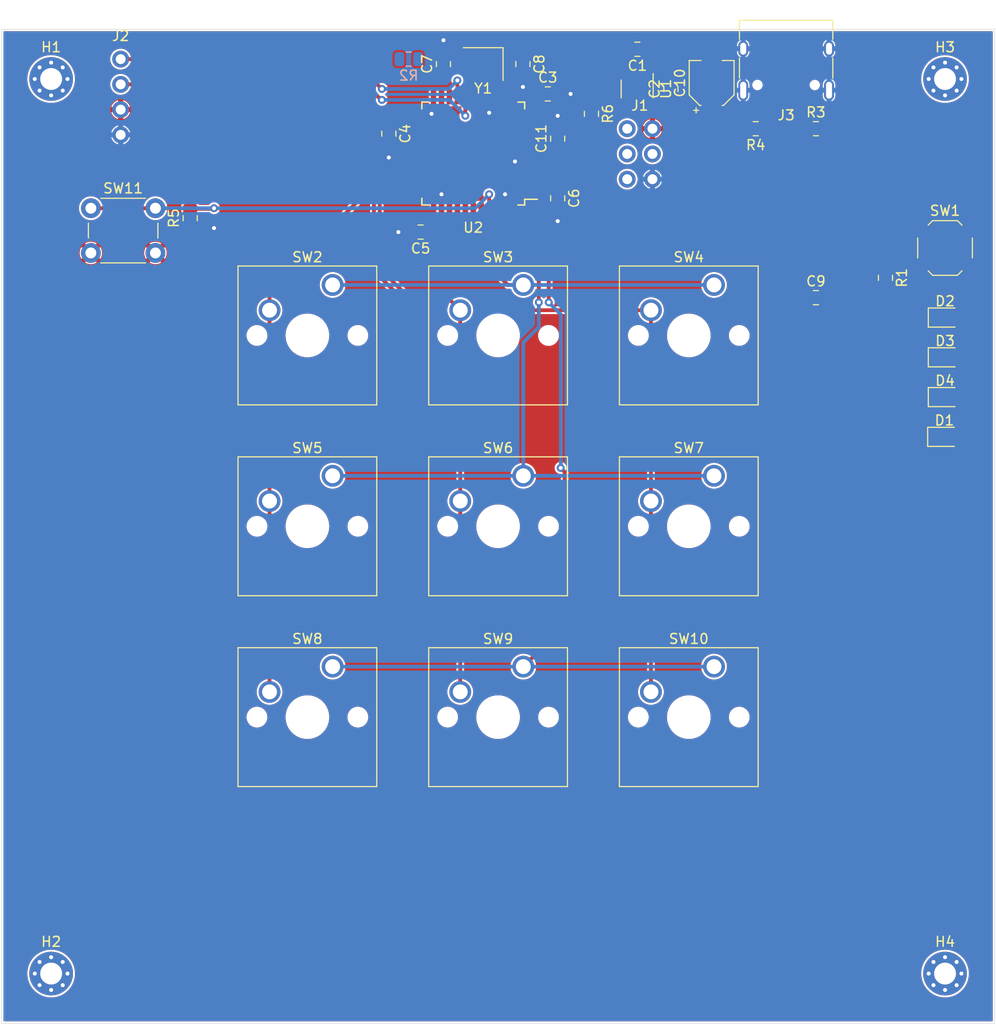
<source format=kicad_pcb>
(kicad_pcb (version 20200628) (host pcbnew "(5.99.0-2326-ge7e1d5140)")
  (layers (0 "F.Cu" signal) (31 "B.Cu" signal) (34 "B.Paste" user) (35 "F.Paste" user) (36 "B.SilkS" user) (37 "F.SilkS" user) (38 "B.Mask" user) (39 "F.Mask" user) (44 "Edge.Cuts" user))
  (net 0 "")
  (net 1 "GNDREF")
  (net 2 "+5V")
  (net 3 "Net-(C8-Pad1)")
  (net 4 "Net-(C11-Pad1)")
  (net 5 "Net-(C7-Pad1)")
  (net 6 "VBUS")
  (net 7 "Net-(C9-Pad1)")
  (net 8 "/IO13")
  (net 9 "Net-(J3-PadB8)")
  (net 10 "/CC1")
  (net 11 "/D-")
  (net 12 "/D+")
  (net 13 "Net-(J3-PadA8)")
  (net 14 "/CC2")
  (net 15 "/RST")
  (net 16 "/MOSI")
  (net 17 "/SCK")
  (net 18 "/MISO")
  (net 19 "/C0")
  (net 20 "/C1")
  (net 21 "/C2")
  (net 22 "/C3")
  (net 23 "/D0")
  (net 24 "/D1")
  (net 25 "/D2")
  (net 26 "/D3")
  (net 27 "/A5")
  (net 28 "/A4")
  (net 29 "/A3")
  (net 30 "/A2")
  (net 31 "/A1")
  (net 32 "/A0")
  (net 33 "/HWB")
  (net 34 "/D6")
  (net 35 "/IO12")
  (net 36 "/D4")
  (net 37 "/TXLED")
  (net 38 "/IO11")
  (net 39 "/RXLED")
  (net 40 "/D7")
  (net 41 "Net-(U1-Pad4)")
  (net 42 "Net-(R6-Pad2)")
  (module "Resistor_SMD:R_0805_2012Metric" (layer "F.Cu") (at 71.4 20.5 -90)
    (fp_text reference "R6" (at 0 -1.65 90) (layer "F.SilkS"))
    (fp_text value "0R")
    (pad "2" smd roundrect (at 0.9375 0 270) (size 0.975 1.4) (layers "F.Cu" "F.Paste" "F.Mask") (net 42 "Net-(R6-Pad2)"))
    (pad "1" smd roundrect (at -0.9375 0 270) (size 0.975 1.4) (layers "F.Cu" "F.Paste" "F.Mask") (net 6 "VBUS"))
  )
  (module "Button_Switch_Keyboard:SW_Cherry_MX_1.00u_PCB" (layer "F.Cu") (at 64.54 37.72)
    (fp_text reference "SW3" (at -2.54 -2.794) (layer "F.SilkS"))
    (fp_text value "SW")
    (pad "" np_thru_hole circle (at 2.54 5.08) (size 1.7 1.7) (drill 1.7) (layers *.Cu *.Mask))
    (pad "" np_thru_hole circle (at -7.62 5.08) (size 1.7 1.7) (drill 1.7) (layers *.Cu *.Mask))
    (pad "" np_thru_hole circle (at -2.54 5.08) (size 4 4) (drill 4) (layers *.Cu *.Mask))
    (pad "2" thru_hole circle (at -6.35 2.54) (size 2.2 2.2) (drill 1.5) (layers *.Cu *.Mask) (net 20 "/C1"))
    (pad "1" thru_hole circle (at 0 0) (size 2.2 2.2) (drill 1.5) (layers *.Cu *.Mask) (net 32 "/A0"))
  )
  (module "Button_Switch_Keyboard:SW_Cherry_MX_1.00u_PCB" (layer "F.Cu") (at 45.34 37.72)
    (fp_text reference "SW2" (at -2.54 -2.794) (layer "F.SilkS"))
    (fp_text value "SW")
    (pad "" np_thru_hole circle (at 2.54 5.08) (size 1.7 1.7) (drill 1.7) (layers *.Cu *.Mask))
    (pad "" np_thru_hole circle (at -7.62 5.08) (size 1.7 1.7) (drill 1.7) (layers *.Cu *.Mask))
    (pad "" np_thru_hole circle (at -2.54 5.08) (size 4 4) (drill 4) (layers *.Cu *.Mask))
    (pad "2" thru_hole circle (at -6.35 2.54) (size 2.2 2.2) (drill 1.5) (layers *.Cu *.Mask) (net 19 "/C0"))
    (pad "1" thru_hole circle (at 0 0) (size 2.2 2.2) (drill 1.5) (layers *.Cu *.Mask) (net 32 "/A0"))
  )
  (module "Crystal:Crystal_SMD_3225-4Pin_3.2x2.5mm" (layer "F.Cu") (at 60.5 15.5 180)
    (fp_text reference "Y1" (at 0 -2.45) (layer "F.SilkS"))
    (fp_text value "16MHz")
    (pad "4" smd rect (at -1.1 -0.85 180) (size 1.4 1.2) (layers "F.Cu" "F.Paste" "F.Mask") (net 1 "GNDREF"))
    (pad "3" smd rect (at 1.1 -0.85 180) (size 1.4 1.2) (layers "F.Cu" "F.Paste" "F.Mask") (net 5 "Net-(C7-Pad1)"))
    (pad "2" smd rect (at 1.1 0.85 180) (size 1.4 1.2) (layers "F.Cu" "F.Paste" "F.Mask") (net 1 "GNDREF"))
    (pad "1" smd rect (at -1.1 0.85 180) (size 1.4 1.2) (layers "F.Cu" "F.Paste" "F.Mask") (net 3 "Net-(C8-Pad1)"))
  )
  (module "Package_QFP:TQFP-44_10x10mm_P0.8mm" (layer "F.Cu") (at 59.5 24.5 180)
    (fp_text reference "U2" (at 0 -7.45) (layer "F.SilkS"))
    (fp_text value "ATmega32U4-AU")
    (pad "44" smd rect (at -4 -5.7 270) (size 1.5 0.55) (layers "F.Cu" "F.Paste" "F.Mask") (net 2 "+5V"))
    (pad "43" smd rect (at -3.2 -5.7 270) (size 1.5 0.55) (layers "F.Cu" "F.Paste" "F.Mask") (net 1 "GNDREF"))
    (pad "42" smd rect (at -2.4 -5.7 270) (size 1.5 0.55) (layers "F.Cu" "F.Paste" "F.Mask") (net 7 "Net-(C9-Pad1)"))
    (pad "41" smd rect (at -1.6 -5.7 270) (size 1.5 0.55) (layers "F.Cu" "F.Paste" "F.Mask") (net 27 "/A5"))
    (pad "40" smd rect (at -0.8 -5.7 270) (size 1.5 0.55) (layers "F.Cu" "F.Paste" "F.Mask") (net 28 "/A4"))
    (pad "39" smd rect (at 0 -5.7 270) (size 1.5 0.55) (layers "F.Cu" "F.Paste" "F.Mask") (net 29 "/A3"))
    (pad "38" smd rect (at 0.8 -5.7 270) (size 1.5 0.55) (layers "F.Cu" "F.Paste" "F.Mask") (net 30 "/A2"))
    (pad "37" smd rect (at 1.6 -5.7 270) (size 1.5 0.55) (layers "F.Cu" "F.Paste" "F.Mask") (net 31 "/A1"))
    (pad "36" smd rect (at 2.4 -5.7 270) (size 1.5 0.55) (layers "F.Cu" "F.Paste" "F.Mask") (net 32 "/A0"))
    (pad "35" smd rect (at 3.2 -5.7 270) (size 1.5 0.55) (layers "F.Cu" "F.Paste" "F.Mask") (net 1 "GNDREF"))
    (pad "34" smd rect (at 4 -5.7 270) (size 1.5 0.55) (layers "F.Cu" "F.Paste" "F.Mask") (net 2 "+5V"))
    (pad "33" smd rect (at 5.7 -4 180) (size 1.5 0.55) (layers "F.Cu" "F.Paste" "F.Mask") (net 33 "/HWB"))
    (pad "32" smd rect (at 5.7 -3.2 180) (size 1.5 0.55) (layers "F.Cu" "F.Paste" "F.Mask") (net 8 "/IO13"))
    (pad "31" smd rect (at 5.7 -2.4 180) (size 1.5 0.55) (layers "F.Cu" "F.Paste" "F.Mask") (net 22 "/C3"))
    (pad "30" smd rect (at 5.7 -1.6 180) (size 1.5 0.55) (layers "F.Cu" "F.Paste" "F.Mask") (net 21 "/C2"))
    (pad "29" smd rect (at 5.7 -0.8 180) (size 1.5 0.55) (layers "F.Cu" "F.Paste" "F.Mask") (net 20 "/C1"))
    (pad "28" smd rect (at 5.7 0 180) (size 1.5 0.55) (layers "F.Cu" "F.Paste" "F.Mask") (net 19 "/C0"))
    (pad "27" smd rect (at 5.7 0.8 180) (size 1.5 0.55) (layers "F.Cu" "F.Paste" "F.Mask") (net 34 "/D6"))
    (pad "26" smd rect (at 5.7 1.6 180) (size 1.5 0.55) (layers "F.Cu" "F.Paste" "F.Mask") (net 35 "/IO12"))
    (pad "25" smd rect (at 5.7 2.4 180) (size 1.5 0.55) (layers "F.Cu" "F.Paste" "F.Mask") (net 36 "/D4"))
    (pad "24" smd rect (at 5.7 3.2 180) (size 1.5 0.55) (layers "F.Cu" "F.Paste" "F.Mask") (net 2 "+5V"))
    (pad "23" smd rect (at 5.7 4 180) (size 1.5 0.55) (layers "F.Cu" "F.Paste" "F.Mask") (net 1 "GNDREF"))
    (pad "22" smd rect (at 4 5.7 270) (size 1.5 0.55) (layers "F.Cu" "F.Paste" "F.Mask") (net 37 "/TXLED"))
    (pad "21" smd rect (at 3.2 5.7 270) (size 1.5 0.55) (layers "F.Cu" "F.Paste" "F.Mask") (net 24 "/D1"))
    (pad "20" smd rect (at 2.4 5.7 270) (size 1.5 0.55) (layers "F.Cu" "F.Paste" "F.Mask") (net 23 "/D0"))
    (pad "19" smd rect (at 1.6 5.7 270) (size 1.5 0.55) (layers "F.Cu" "F.Paste" "F.Mask") (net 25 "/D2"))
    (pad "18" smd rect (at 0.8 5.7 270) (size 1.5 0.55) (layers "F.Cu" "F.Paste" "F.Mask") (net 26 "/D3"))
    (pad "17" smd rect (at 0 5.7 270) (size 1.5 0.55) (layers "F.Cu" "F.Paste" "F.Mask") (net 5 "Net-(C7-Pad1)"))
    (pad "16" smd rect (at -0.8 5.7 270) (size 1.5 0.55) (layers "F.Cu" "F.Paste" "F.Mask") (net 3 "Net-(C8-Pad1)"))
    (pad "15" smd rect (at -1.6 5.7 270) (size 1.5 0.55) (layers "F.Cu" "F.Paste" "F.Mask") (net 1 "GNDREF"))
    (pad "14" smd rect (at -2.4 5.7 270) (size 1.5 0.55) (layers "F.Cu" "F.Paste" "F.Mask") (net 2 "+5V"))
    (pad "13" smd rect (at -3.2 5.7 270) (size 1.5 0.55) (layers "F.Cu" "F.Paste" "F.Mask") (net 15 "/RST"))
    (pad "12" smd rect (at -4 5.7 270) (size 1.5 0.55) (layers "F.Cu" "F.Paste" "F.Mask") (net 38 "/IO11"))
    (pad "11" smd rect (at -5.7 4 180) (size 1.5 0.55) (layers "F.Cu" "F.Paste" "F.Mask") (net 18 "/MISO"))
    (pad "10" smd rect (at -5.7 3.2 180) (size 1.5 0.55) (layers "F.Cu" "F.Paste" "F.Mask") (net 16 "/MOSI"))
    (pad "9" smd rect (at -5.7 2.4 180) (size 1.5 0.55) (layers "F.Cu" "F.Paste" "F.Mask") (net 17 "/SCK"))
    (pad "8" smd rect (at -5.7 1.6 180) (size 1.5 0.55) (layers "F.Cu" "F.Paste" "F.Mask") (net 39 "/RXLED"))
    (pad "7" smd rect (at -5.7 0.8 180) (size 1.5 0.55) (layers "F.Cu" "F.Paste" "F.Mask") (net 42 "Net-(R6-Pad2)"))
    (pad "6" smd rect (at -5.7 0 180) (size 1.5 0.55) (layers "F.Cu" "F.Paste" "F.Mask") (net 4 "Net-(C11-Pad1)"))
    (pad "5" smd rect (at -5.7 -0.8 180) (size 1.5 0.55) (layers "F.Cu" "F.Paste" "F.Mask") (net 1 "GNDREF"))
    (pad "4" smd rect (at -5.7 -1.6 180) (size 1.5 0.55) (layers "F.Cu" "F.Paste" "F.Mask") (net 12 "/D+"))
    (pad "3" smd rect (at -5.7 -2.4 180) (size 1.5 0.55) (layers "F.Cu" "F.Paste" "F.Mask") (net 11 "/D-"))
    (pad "2" smd rect (at -5.7 -3.2 180) (size 1.5 0.55) (layers "F.Cu" "F.Paste" "F.Mask") (net 2 "+5V"))
    (pad "1" smd rect (at -5.7 -4 180) (size 1.5 0.55) (layers "F.Cu" "F.Paste" "F.Mask") (net 40 "/D7"))
  )
  (module "Package_TO_SOT_SMD:SOT-23-5" (layer "F.Cu") (at 76 18 -90)
    (fp_text reference "U1" (at 0 -2.9 90) (layer "F.SilkS"))
    (fp_text value "ME6212")
    (pad "5" smd rect (at 1.1 -0.95 270) (size 1.06 0.65) (layers "F.Cu" "F.Paste" "F.Mask") (net 2 "+5V"))
    (pad "4" smd rect (at 1.1 0.95 270) (size 1.06 0.65) (layers "F.Cu" "F.Paste" "F.Mask") (net 41 "Net-(U1-Pad4)"))
    (pad "3" smd rect (at -1.1 0.95 270) (size 1.06 0.65) (layers "F.Cu" "F.Paste" "F.Mask") (net 6 "VBUS"))
    (pad "2" smd rect (at -1.1 0 270) (size 1.06 0.65) (layers "F.Cu" "F.Paste" "F.Mask") (net 1 "GNDREF"))
    (pad "1" smd rect (at -1.1 -0.95 270) (size 1.06 0.65) (layers "F.Cu" "F.Paste" "F.Mask") (net 6 "VBUS"))
  )
  (module "Button_Switch_THT:SW_PUSH_6mm" (layer "F.Cu") (at 21 30)
    (fp_text reference "SW11" (at 3.25 -2) (layer "F.SilkS"))
    (fp_text value "Mode")
    (pad "1" thru_hole circle (at 6.5 0 90) (size 2 2) (drill 1.1) (layers *.Cu *.Mask) (net 27 "/A5"))
    (pad "2" thru_hole circle (at 6.5 4.5 90) (size 2 2) (drill 1.1) (layers *.Cu *.Mask) (net 2 "+5V"))
    (pad "1" thru_hole circle (at 0 0 90) (size 2 2) (drill 1.1) (layers *.Cu *.Mask) (net 27 "/A5"))
    (pad "2" thru_hole circle (at 0 4.5 90) (size 2 2) (drill 1.1) (layers *.Cu *.Mask) (net 2 "+5V"))
  )
  (module "Button_Switch_Keyboard:SW_Cherry_MX_1.00u_PCB" (layer "F.Cu") (at 83.74 76.12)
    (fp_text reference "SW10" (at -2.54 -2.794) (layer "F.SilkS"))
    (fp_text value "SW")
    (pad "" np_thru_hole circle (at 2.54 5.08) (size 1.7 1.7) (drill 1.7) (layers *.Cu *.Mask))
    (pad "" np_thru_hole circle (at -7.62 5.08) (size 1.7 1.7) (drill 1.7) (layers *.Cu *.Mask))
    (pad "" np_thru_hole circle (at -2.54 5.08) (size 4 4) (drill 4) (layers *.Cu *.Mask))
    (pad "2" thru_hole circle (at -6.35 2.54) (size 2.2 2.2) (drill 1.5) (layers *.Cu *.Mask) (net 21 "/C2"))
    (pad "1" thru_hole circle (at 0 0) (size 2.2 2.2) (drill 1.5) (layers *.Cu *.Mask) (net 30 "/A2"))
  )
  (module "Button_Switch_Keyboard:SW_Cherry_MX_1.00u_PCB" (layer "F.Cu") (at 64.54 76.12)
    (fp_text reference "SW9" (at -2.54 -2.794) (layer "F.SilkS"))
    (fp_text value "SW")
    (pad "" np_thru_hole circle (at 2.54 5.08) (size 1.7 1.7) (drill 1.7) (layers *.Cu *.Mask))
    (pad "" np_thru_hole circle (at -7.62 5.08) (size 1.7 1.7) (drill 1.7) (layers *.Cu *.Mask))
    (pad "" np_thru_hole circle (at -2.54 5.08) (size 4 4) (drill 4) (layers *.Cu *.Mask))
    (pad "2" thru_hole circle (at -6.35 2.54) (size 2.2 2.2) (drill 1.5) (layers *.Cu *.Mask) (net 20 "/C1"))
    (pad "1" thru_hole circle (at 0 0) (size 2.2 2.2) (drill 1.5) (layers *.Cu *.Mask) (net 30 "/A2"))
  )
  (module "Button_Switch_Keyboard:SW_Cherry_MX_1.00u_PCB" (layer "F.Cu") (at 45.34 76.12)
    (fp_text reference "SW8" (at -2.54 -2.794) (layer "F.SilkS"))
    (fp_text value "SW")
    (pad "" np_thru_hole circle (at 2.54 5.08) (size 1.7 1.7) (drill 1.7) (layers *.Cu *.Mask))
    (pad "" np_thru_hole circle (at -7.62 5.08) (size 1.7 1.7) (drill 1.7) (layers *.Cu *.Mask))
    (pad "" np_thru_hole circle (at -2.54 5.08) (size 4 4) (drill 4) (layers *.Cu *.Mask))
    (pad "2" thru_hole circle (at -6.35 2.54) (size 2.2 2.2) (drill 1.5) (layers *.Cu *.Mask) (net 19 "/C0"))
    (pad "1" thru_hole circle (at 0 0) (size 2.2 2.2) (drill 1.5) (layers *.Cu *.Mask) (net 30 "/A2"))
  )
  (module "Button_Switch_Keyboard:SW_Cherry_MX_1.00u_PCB" (layer "F.Cu") (at 83.74 56.92)
    (fp_text reference "SW7" (at -2.54 -2.794) (layer "F.SilkS"))
    (fp_text value "SW")
    (pad "" np_thru_hole circle (at 2.54 5.08) (size 1.7 1.7) (drill 1.7) (layers *.Cu *.Mask))
    (pad "" np_thru_hole circle (at -7.62 5.08) (size 1.7 1.7) (drill 1.7) (layers *.Cu *.Mask))
    (pad "" np_thru_hole circle (at -2.54 5.08) (size 4 4) (drill 4) (layers *.Cu *.Mask))
    (pad "2" thru_hole circle (at -6.35 2.54) (size 2.2 2.2) (drill 1.5) (layers *.Cu *.Mask) (net 21 "/C2"))
    (pad "1" thru_hole circle (at 0 0) (size 2.2 2.2) (drill 1.5) (layers *.Cu *.Mask) (net 31 "/A1"))
  )
  (module "Button_Switch_Keyboard:SW_Cherry_MX_1.00u_PCB" (layer "F.Cu") (at 64.54 56.92)
    (fp_text reference "SW6" (at -2.54 -2.794) (layer "F.SilkS"))
    (fp_text value "SW")
    (pad "" np_thru_hole circle (at 2.54 5.08) (size 1.7 1.7) (drill 1.7) (layers *.Cu *.Mask))
    (pad "" np_thru_hole circle (at -7.62 5.08) (size 1.7 1.7) (drill 1.7) (layers *.Cu *.Mask))
    (pad "" np_thru_hole circle (at -2.54 5.08) (size 4 4) (drill 4) (layers *.Cu *.Mask))
    (pad "2" thru_hole circle (at -6.35 2.54) (size 2.2 2.2) (drill 1.5) (layers *.Cu *.Mask) (net 20 "/C1"))
    (pad "1" thru_hole circle (at 0 0) (size 2.2 2.2) (drill 1.5) (layers *.Cu *.Mask) (net 31 "/A1"))
  )
  (module "Button_Switch_Keyboard:SW_Cherry_MX_1.00u_PCB" (layer "F.Cu") (at 45.34 56.92)
    (fp_text reference "SW5" (at -2.54 -2.794) (layer "F.SilkS"))
    (fp_text value "SW")
    (pad "" np_thru_hole circle (at 2.54 5.08) (size 1.7 1.7) (drill 1.7) (layers *.Cu *.Mask))
    (pad "" np_thru_hole circle (at -7.62 5.08) (size 1.7 1.7) (drill 1.7) (layers *.Cu *.Mask))
    (pad "" np_thru_hole circle (at -2.54 5.08) (size 4 4) (drill 4) (layers *.Cu *.Mask))
    (pad "2" thru_hole circle (at -6.35 2.54) (size 2.2 2.2) (drill 1.5) (layers *.Cu *.Mask) (net 19 "/C0"))
    (pad "1" thru_hole circle (at 0 0) (size 2.2 2.2) (drill 1.5) (layers *.Cu *.Mask) (net 31 "/A1"))
  )
  (module "Button_Switch_Keyboard:SW_Cherry_MX_1.00u_PCB" (layer "F.Cu") (at 83.74 37.72)
    (fp_text reference "SW4" (at -2.54 -2.794) (layer "F.SilkS"))
    (fp_text value "SW")
    (pad "" np_thru_hole circle (at 2.54 5.08) (size 1.7 1.7) (drill 1.7) (layers *.Cu *.Mask))
    (pad "" np_thru_hole circle (at -7.62 5.08) (size 1.7 1.7) (drill 1.7) (layers *.Cu *.Mask))
    (pad "" np_thru_hole circle (at -2.54 5.08) (size 4 4) (drill 4) (layers *.Cu *.Mask))
    (pad "2" thru_hole circle (at -6.35 2.54) (size 2.2 2.2) (drill 1.5) (layers *.Cu *.Mask) (net 21 "/C2"))
    (pad "1" thru_hole circle (at 0 0) (size 2.2 2.2) (drill 1.5) (layers *.Cu *.Mask) (net 32 "/A0"))
  )
  (module "Button_Switch_SMD:SW_SPST_TL3342" (layer "F.Cu") (at 107 34)
    (fp_text reference "SW1" (at 0 -3.75) (layer "F.SilkS"))
    (fp_text value "RST")
    (pad "2" smd rect (at 3.15 1.9) (size 1.7 1) (layers "F.Cu" "F.Paste" "F.Mask") (net 15 "/RST"))
    (pad "2" smd rect (at -3.15 1.9) (size 1.7 1) (layers "F.Cu" "F.Paste" "F.Mask") (net 15 "/RST"))
    (pad "1" smd rect (at 3.15 -1.9) (size 1.7 1) (layers "F.Cu" "F.Paste" "F.Mask") (net 1 "GNDREF"))
    (pad "1" smd rect (at -3.15 -1.9) (size 1.7 1) (layers "F.Cu" "F.Paste" "F.Mask") (net 1 "GNDREF"))
  )
  (module "Resistor_SMD:R_0805_2012Metric" (layer "F.Cu") (at 31 31 90)
    (fp_text reference "R5" (at 0 -1.65 90) (layer "F.SilkS"))
    (fp_text value "10K")
    (pad "2" smd roundrect (at 0.9375 0 90) (size 0.975 1.4) (layers "F.Cu" "F.Paste" "F.Mask") (net 27 "/A5"))
    (pad "1" smd roundrect (at -0.9375 0 90) (size 0.975 1.4) (layers "F.Cu" "F.Paste" "F.Mask") (net 1 "GNDREF"))
  )
  (module "Resistor_SMD:R_0805_2012Metric" (layer "F.Cu") (at 87.9375 22 180)
    (fp_text reference "R4" (at 0 -1.65) (layer "F.SilkS"))
    (fp_text value "5.1K")
    (pad "2" smd roundrect (at 0.9375 0 180) (size 0.975 1.4) (layers "F.Cu" "F.Paste" "F.Mask") (net 1 "GNDREF"))
    (pad "1" smd roundrect (at -0.9375 0 180) (size 0.975 1.4) (layers "F.Cu" "F.Paste" "F.Mask") (net 14 "/CC2"))
  )
  (module "Resistor_SMD:R_0805_2012Metric" (layer "F.Cu") (at 94 22)
    (fp_text reference "R3" (at 0 -1.65) (layer "F.SilkS"))
    (fp_text value "5.1K")
    (pad "2" smd roundrect (at 0.9375 0) (size 0.975 1.4) (layers "F.Cu" "F.Paste" "F.Mask") (net 1 "GNDREF"))
    (pad "1" smd roundrect (at -0.9375 0) (size 0.975 1.4) (layers "F.Cu" "F.Paste" "F.Mask") (net 10 "/CC1"))
  )
  (module "Resistor_SMD:R_0805_2012Metric" (layer "B.Cu") (at 53 15)
    (fp_text reference "R2" (at 0 1.65) (layer "B.SilkS") (effects (justify mirror)))
    (fp_text value "1M")
    (pad "2" smd roundrect (at 0.9375 0) (size 0.975 1.4) (layers "B.Cu" "B.Paste" "B.Mask") (net 5 "Net-(C7-Pad1)"))
    (pad "1" smd roundrect (at -0.9375 0) (size 0.975 1.4) (layers "B.Cu" "B.Paste" "B.Mask") (net 3 "Net-(C8-Pad1)"))
  )
  (module "Resistor_SMD:R_0805_2012Metric" (layer "F.Cu") (at 101 37 -90)
    (fp_text reference "R1" (at 0 -1.65 90) (layer "F.SilkS"))
    (fp_text value "10K")
    (pad "2" smd roundrect (at 0.9375 0 270) (size 0.975 1.4) (layers "F.Cu" "F.Paste" "F.Mask") (net 2 "+5V"))
    (pad "1" smd roundrect (at -0.9375 0 270) (size 0.975 1.4) (layers "F.Cu" "F.Paste" "F.Mask") (net 15 "/RST"))
  )
  (module "Connector_USB:USB_C_Receptacle_HRO_TYPE-C-31-M-12" (layer "F.Cu") (at 91 15 180)
    (fp_text reference "J3" (at 0 -5.645) (layer "F.SilkS"))
    (fp_text value "USB_C_Receptacle_USB2.0")
    (pad "B1" smd rect (at 3.25 -4.045 180) (size 0.6 1.45) (layers "F.Cu" "F.Paste" "F.Mask") (net 1 "GNDREF"))
    (pad "A9" smd rect (at 2.45 -4.045 180) (size 0.6 1.45) (layers "F.Cu" "F.Paste" "F.Mask") (net 6 "VBUS"))
    (pad "B9" smd rect (at -2.45 -4.045 180) (size 0.6 1.45) (layers "F.Cu" "F.Paste" "F.Mask") (net 6 "VBUS"))
    (pad "B12" smd rect (at -3.25 -4.045 180) (size 0.6 1.45) (layers "F.Cu" "F.Paste" "F.Mask") (net 1 "GNDREF"))
    (pad "A1" smd rect (at -3.25 -4.045 180) (size 0.6 1.45) (layers "F.Cu" "F.Paste" "F.Mask") (net 1 "GNDREF"))
    (pad "A4" smd rect (at -2.45 -4.045 180) (size 0.6 1.45) (layers "F.Cu" "F.Paste" "F.Mask") (net 6 "VBUS"))
    (pad "B4" smd rect (at 2.45 -4.045 180) (size 0.6 1.45) (layers "F.Cu" "F.Paste" "F.Mask") (net 6 "VBUS"))
    (pad "A12" smd rect (at 3.25 -4.045 180) (size 0.6 1.45) (layers "F.Cu" "F.Paste" "F.Mask") (net 1 "GNDREF"))
    (pad "B8" smd rect (at -1.75 -4.045 180) (size 0.3 1.45) (layers "F.Cu" "F.Paste" "F.Mask") (net 9 "Net-(J3-PadB8)"))
    (pad "A5" smd rect (at -1.25 -4.045 180) (size 0.3 1.45) (layers "F.Cu" "F.Paste" "F.Mask") (net 10 "/CC1"))
    (pad "B7" smd rect (at -0.75 -4.045 180) (size 0.3 1.45) (layers "F.Cu" "F.Paste" "F.Mask") (net 11 "/D-"))
    (pad "A7" smd rect (at 0.25 -4.045 180) (size 0.3 1.45) (layers "F.Cu" "F.Paste" "F.Mask") (net 11 "/D-"))
    (pad "B6" smd rect (at 0.75 -4.045 180) (size 0.3 1.45) (layers "F.Cu" "F.Paste" "F.Mask") (net 12 "/D+"))
    (pad "A8" smd rect (at 1.25 -4.045 180) (size 0.3 1.45) (layers "F.Cu" "F.Paste" "F.Mask") (net 13 "Net-(J3-PadA8)"))
    (pad "B5" smd rect (at 1.75 -4.045 180) (size 0.3 1.45) (layers "F.Cu" "F.Paste" "F.Mask") (net 14 "/CC2"))
    (pad "A6" smd rect (at -0.25 -4.045 180) (size 0.3 1.45) (layers "F.Cu" "F.Paste" "F.Mask") (net 12 "/D+"))
    (pad "S1" thru_hole oval (at 4.32 -3.13 180) (size 1 2.1) (drill oval 0.6 1.7) (layers *.Cu *.Mask) (net 1 "GNDREF"))
    (pad "S1" thru_hole oval (at -4.32 -3.13 180) (size 1 2.1) (drill oval 0.6 1.7) (layers *.Cu *.Mask) (net 1 "GNDREF"))
    (pad "" np_thru_hole circle (at -2.89 -2.6 180) (size 0.65 0.65) (drill 0.65) (layers *.Cu *.Mask))
    (pad "S1" thru_hole oval (at -4.32 1.05 180) (size 1 1.6) (drill oval 0.6 1.2) (layers *.Cu *.Mask) (net 1 "GNDREF"))
    (pad "" np_thru_hole circle (at 2.89 -2.6 180) (size 0.65 0.65) (drill 0.65) (layers *.Cu *.Mask))
    (pad "S1" thru_hole oval (at 4.32 1.05 180) (size 1 1.6) (drill oval 0.6 1.2) (layers *.Cu *.Mask) (net 1 "GNDREF"))
  )
  (module "Custom_Vertical_1x_2.54mm_Pin_Header:PinHeader_1x04_P2.54mm_Vertical" (layer "F.Cu") (at 24 15)
    (fp_text reference "J2" (at 0 -2.33) (layer "F.SilkS"))
    (fp_text value "OLED")
    (pad "4" thru_hole oval (at 0 7.62) (size 1.7 1.7) (drill 1) (layers *.Cu *.Mask) (net 1 "GNDREF"))
    (pad "3" thru_hole oval (at 0 5.08) (size 1.7 1.7) (drill 1) (layers *.Cu *.Mask) (net 2 "+5V"))
    (pad "2" thru_hole oval (at 0 2.54) (size 1.7 1.7) (drill 1) (layers *.Cu *.Mask) (net 26 "/D3"))
    (pad "1" thru_hole oval (at 0 0) (size 1.7 1.7) (drill 1) (layers *.Cu *.Mask) (net 25 "/D2"))
  )
  (module "Custom_Vertical_2x_2.54mm_Pin_Header:PinHeader_2x03_P2.54mm_Vertical" (layer "F.Cu") (at 75 22)
    (fp_text reference "J1" (at 1.27 -2.33) (layer "F.SilkS"))
    (fp_text value "ICSP")
    (pad "6" thru_hole oval (at 2.54 5.08) (size 1.7 1.7) (drill 1) (layers *.Cu *.Mask) (net 1 "GNDREF"))
    (pad "5" thru_hole oval (at 0 5.08) (size 1.7 1.7) (drill 1) (layers *.Cu *.Mask) (net 15 "/RST"))
    (pad "4" thru_hole oval (at 2.54 2.54) (size 1.7 1.7) (drill 1) (layers *.Cu *.Mask) (net 16 "/MOSI"))
    (pad "3" thru_hole oval (at 0 2.54) (size 1.7 1.7) (drill 1) (layers *.Cu *.Mask) (net 17 "/SCK"))
    (pad "2" thru_hole oval (at 2.54 0) (size 1.7 1.7) (drill 1) (layers *.Cu *.Mask) (net 2 "+5V"))
    (pad "1" thru_hole oval (at 0 0) (size 1.7 1.7) (drill 1) (layers *.Cu *.Mask) (net 18 "/MISO"))
  )
  (module "LED_SMD:LED_0805_2012Metric" (layer "F.Cu") (at 107 49)
    (fp_text reference "D4" (at 0 -1.65) (layer "F.SilkS"))
    (fp_text value "D13")
    (pad "2" smd roundrect (at 0.9375 0) (size 0.975 1.4) (layers "F.Cu" "F.Paste" "F.Mask") (net 8 "/IO13"))
    (pad "1" smd roundrect (at -0.9375 0) (size 0.975 1.4) (layers "F.Cu" "F.Paste" "F.Mask") (net 1 "GNDREF"))
  )
  (module "LED_SMD:LED_0805_2012Metric" (layer "F.Cu") (at 107 45)
    (fp_text reference "D3" (at 0 -1.65) (layer "F.SilkS"))
    (fp_text value "TX")
    (pad "2" smd roundrect (at 0.9375 0) (size 0.975 1.4) (layers "F.Cu" "F.Paste" "F.Mask") (net 2 "+5V"))
    (pad "1" smd roundrect (at -0.9375 0) (size 0.975 1.4) (layers "F.Cu" "F.Paste" "F.Mask") (net 37 "/TXLED"))
  )
  (module "LED_SMD:LED_0805_2012Metric" (layer "F.Cu") (at 107 41)
    (fp_text reference "D2" (at 0 -1.65) (layer "F.SilkS"))
    (fp_text value "RX")
    (pad "2" smd roundrect (at 0.9375 0) (size 0.975 1.4) (layers "F.Cu" "F.Paste" "F.Mask") (net 2 "+5V"))
    (pad "1" smd roundrect (at -0.9375 0) (size 0.975 1.4) (layers "F.Cu" "F.Paste" "F.Mask") (net 39 "/RXLED"))
  )
  (module "LED_SMD:LED_0805_2012Metric" (layer "F.Cu") (at 106.9375 53)
    (fp_text reference "D1" (at 0 -1.65) (layer "F.SilkS"))
    (fp_text value "PWR")
    (pad "2" smd roundrect (at 0.9375 0) (size 0.975 1.4) (layers "F.Cu" "F.Paste" "F.Mask") (net 2 "+5V"))
    (pad "1" smd roundrect (at -0.9375 0) (size 0.975 1.4) (layers "F.Cu" "F.Paste" "F.Mask") (net 1 "GNDREF"))
  )
  (module "Capacitor_SMD:C_0805_2012Metric" (layer "F.Cu") (at 68 23 90)
    (fp_text reference "C11" (at 0 -1.65 90) (layer "F.SilkS"))
    (fp_text value "1uF")
    (pad "2" smd roundrect (at 0.9375 0 90) (size 0.975 1.4) (layers "F.Cu" "F.Paste" "F.Mask") (net 1 "GNDREF"))
    (pad "1" smd roundrect (at -0.9375 0 90) (size 0.975 1.4) (layers "F.Cu" "F.Paste" "F.Mask") (net 4 "Net-(C11-Pad1)"))
  )
  (module "Capacitor_SMD:CP_Elec_4x5.4" (layer "F.Cu") (at 83.5 17.4 90)
    (fp_text reference "C10" (at 0 -3.2 90) (layer "F.SilkS"))
    (fp_text value "10uF")
    (pad "2" smd roundrect (at 1.8 0 90) (size 2.6 1.6) (layers "F.Cu" "F.Paste" "F.Mask") (roundrect_rratio 0.15625) (net 6 "VBUS"))
    (pad "1" smd roundrect (at -1.8 0 90) (size 2.6 1.6) (layers "F.Cu" "F.Paste" "F.Mask") (roundrect_rratio 0.15625) (net 1 "GNDREF"))
  )
  (module "Capacitor_SMD:C_0805_2012Metric" (layer "F.Cu") (at 94 39)
    (fp_text reference "C9" (at 0 -1.65) (layer "F.SilkS"))
    (fp_text value "100nF")
    (pad "2" smd roundrect (at 0.9375 0) (size 0.975 1.4) (layers "F.Cu" "F.Paste" "F.Mask") (net 1 "GNDREF"))
    (pad "1" smd roundrect (at -0.9375 0) (size 0.975 1.4) (layers "F.Cu" "F.Paste" "F.Mask") (net 7 "Net-(C9-Pad1)"))
  )
  (module "Capacitor_SMD:C_0805_2012Metric" (layer "F.Cu") (at 64.5 15.5 -90)
    (fp_text reference "C8" (at 0 -1.65 90) (layer "F.SilkS"))
    (fp_text value "22pF")
    (pad "2" smd roundrect (at 0.9375 0 270) (size 0.975 1.4) (layers "F.Cu" "F.Paste" "F.Mask") (net 1 "GNDREF"))
    (pad "1" smd roundrect (at -0.9375 0 270) (size 0.975 1.4) (layers "F.Cu" "F.Paste" "F.Mask") (net 3 "Net-(C8-Pad1)"))
  )
  (module "Capacitor_SMD:C_0805_2012Metric" (layer "F.Cu") (at 56.5 15.5 90)
    (fp_text reference "C7" (at 0 -1.65 270) (layer "F.SilkS"))
    (fp_text value "22pF")
    (pad "2" smd roundrect (at 0.9375 0 90) (size 0.975 1.4) (layers "F.Cu" "F.Paste" "F.Mask") (net 1 "GNDREF"))
    (pad "1" smd roundrect (at -0.9375 0 90) (size 0.975 1.4) (layers "F.Cu" "F.Paste" "F.Mask") (net 5 "Net-(C7-Pad1)"))
  )
  (module "Capacitor_SMD:C_0805_2012Metric" (layer "F.Cu") (at 68 29 -90)
    (fp_text reference "C6" (at 0 -1.65 -90) (layer "F.SilkS"))
    (fp_text value "100nF")
    (pad "2" smd roundrect (at 0.9375 0 270) (size 0.975 1.4) (layers "F.Cu" "F.Paste" "F.Mask") (net 1 "GNDREF"))
    (pad "1" smd roundrect (at -0.9375 0 270) (size 0.975 1.4) (layers "F.Cu" "F.Paste" "F.Mask") (net 2 "+5V"))
  )
  (module "Capacitor_SMD:C_0805_2012Metric" (layer "F.Cu") (at 54.2 32.4 180)
    (fp_text reference "C5" (at 0 -1.65) (layer "F.SilkS"))
    (fp_text value "100nF")
    (pad "2" smd roundrect (at 0.9375 0 180) (size 0.975 1.4) (layers "F.Cu" "F.Paste" "F.Mask") (net 1 "GNDREF"))
    (pad "1" smd roundrect (at -0.9375 0 180) (size 0.975 1.4) (layers "F.Cu" "F.Paste" "F.Mask") (net 2 "+5V"))
  )
  (module "Capacitor_SMD:C_0805_2012Metric" (layer "F.Cu") (at 51 22.5 -90)
    (fp_text reference "C4" (at 0 -1.65 -90) (layer "F.SilkS"))
    (fp_text value "100nF")
    (pad "2" smd roundrect (at 0.9375 0 270) (size 0.975 1.4) (layers "F.Cu" "F.Paste" "F.Mask") (net 1 "GNDREF"))
    (pad "1" smd roundrect (at -0.9375 0 270) (size 0.975 1.4) (layers "F.Cu" "F.Paste" "F.Mask") (net 2 "+5V"))
  )
  (module "Capacitor_SMD:C_0805_2012Metric" (layer "F.Cu") (at 67 18.5)
    (fp_text reference "C3" (at 0 -1.65) (layer "F.SilkS"))
    (fp_text value "100nF")
    (pad "2" smd roundrect (at 0.9375 0) (size 0.975 1.4) (layers "F.Cu" "F.Paste" "F.Mask") (net 1 "GNDREF"))
    (pad "1" smd roundrect (at -0.9375 0) (size 0.975 1.4) (layers "F.Cu" "F.Paste" "F.Mask") (net 2 "+5V"))
  )
  (module "Capacitor_SMD:C_0805_2012Metric" (layer "F.Cu") (at 79.4 18 90)
    (fp_text reference "C2" (at 0 -1.65 90) (layer "F.SilkS"))
    (fp_text value "100nF")
    (pad "2" smd roundrect (at 0.9375 0 90) (size 0.975 1.4) (layers "F.Cu" "F.Paste" "F.Mask") (net 1 "GNDREF"))
    (pad "1" smd roundrect (at -0.9375 0 90) (size 0.975 1.4) (layers "F.Cu" "F.Paste" "F.Mask") (net 2 "+5V"))
  )
  (module "Capacitor_SMD:C_0805_2012Metric" (layer "F.Cu") (at 76.022873 14.007954 180)
    (fp_text reference "C1" (at 0 -1.65) (layer "F.SilkS"))
    (fp_text value "100nF")
    (pad "2" smd roundrect (at 0.9375 0 180) (size 0.975 1.4) (layers "F.Cu" "F.Paste" "F.Mask") (net 1 "GNDREF"))
    (pad "1" smd roundrect (at -0.9375 0 180) (size 0.975 1.4) (layers "F.Cu" "F.Paste" "F.Mask") (net 6 "VBUS"))
  )
  (module "MountingHole:MountingHole_2.2mm_M2_Pad_Via" (layer "F.Cu") (at 107 107)
    (fp_text reference "H4" (at 0 -3.2) (layer "F.SilkS"))
    (fp_text value "MountingHole")
    (pad "1" thru_hole circle (at 1.166726 -1.166726) (size 0.7 0.7) (drill 0.4) (layers *.Cu *.Mask))
    (pad "1" thru_hole circle (at 0 -1.65) (size 0.7 0.7) (drill 0.4) (layers *.Cu *.Mask))
    (pad "1" thru_hole circle (at -1.166726 -1.166726) (size 0.7 0.7) (drill 0.4) (layers *.Cu *.Mask))
    (pad "1" thru_hole circle (at -1.65 0) (size 0.7 0.7) (drill 0.4) (layers *.Cu *.Mask))
    (pad "1" thru_hole circle (at -1.166726 1.166726) (size 0.7 0.7) (drill 0.4) (layers *.Cu *.Mask))
    (pad "1" thru_hole circle (at 0 1.65) (size 0.7 0.7) (drill 0.4) (layers *.Cu *.Mask))
    (pad "1" thru_hole circle (at 1.166726 1.166726) (size 0.7 0.7) (drill 0.4) (layers *.Cu *.Mask))
    (pad "1" thru_hole circle (at 1.65 0) (size 0.7 0.7) (drill 0.4) (layers *.Cu *.Mask))
    (pad "1" thru_hole circle (at 0 0) (size 4.4 4.4) (drill 2.2) (layers *.Cu *.Mask))
  )
  (module "MountingHole:MountingHole_2.2mm_M2_Pad_Via" (layer "F.Cu") (at 107 17)
    (fp_text reference "H3" (at 0 -3.2) (layer "F.SilkS"))
    (fp_text value "MountingHole")
    (pad "1" thru_hole circle (at 1.166726 -1.166726) (size 0.7 0.7) (drill 0.4) (layers *.Cu *.Mask))
    (pad "1" thru_hole circle (at 0 -1.65) (size 0.7 0.7) (drill 0.4) (layers *.Cu *.Mask))
    (pad "1" thru_hole circle (at -1.166726 -1.166726) (size 0.7 0.7) (drill 0.4) (layers *.Cu *.Mask))
    (pad "1" thru_hole circle (at -1.65 0) (size 0.7 0.7) (drill 0.4) (layers *.Cu *.Mask))
    (pad "1" thru_hole circle (at -1.166726 1.166726) (size 0.7 0.7) (drill 0.4) (layers *.Cu *.Mask))
    (pad "1" thru_hole circle (at 0 1.65) (size 0.7 0.7) (drill 0.4) (layers *.Cu *.Mask))
    (pad "1" thru_hole circle (at 1.166726 1.166726) (size 0.7 0.7) (drill 0.4) (layers *.Cu *.Mask))
    (pad "1" thru_hole circle (at 1.65 0) (size 0.7 0.7) (drill 0.4) (layers *.Cu *.Mask))
    (pad "1" thru_hole circle (at 0 0) (size 4.4 4.4) (drill 2.2) (layers *.Cu *.Mask))
  )
  (module "MountingHole:MountingHole_2.2mm_M2_Pad_Via" (layer "F.Cu") (at 17 107)
    (fp_text reference "H2" (at 0 -3.2) (layer "F.SilkS"))
    (fp_text value "MountingHole")
    (pad "1" thru_hole circle (at 1.166726 -1.166726) (size 0.7 0.7) (drill 0.4) (layers *.Cu *.Mask))
    (pad "1" thru_hole circle (at 0 -1.65) (size 0.7 0.7) (drill 0.4) (layers *.Cu *.Mask))
    (pad "1" thru_hole circle (at -1.166726 -1.166726) (size 0.7 0.7) (drill 0.4) (layers *.Cu *.Mask))
    (pad "1" thru_hole circle (at -1.65 0) (size 0.7 0.7) (drill 0.4) (layers *.Cu *.Mask))
    (pad "1" thru_hole circle (at -1.166726 1.166726) (size 0.7 0.7) (drill 0.4) (layers *.Cu *.Mask))
    (pad "1" thru_hole circle (at 0 1.65) (size 0.7 0.7) (drill 0.4) (layers *.Cu *.Mask))
    (pad "1" thru_hole circle (at 1.166726 1.166726) (size 0.7 0.7) (drill 0.4) (layers *.Cu *.Mask))
    (pad "1" thru_hole circle (at 1.65 0) (size 0.7 0.7) (drill 0.4) (layers *.Cu *.Mask))
    (pad "1" thru_hole circle (at 0 0) (size 4.4 4.4) (drill 2.2) (layers *.Cu *.Mask))
  )
  (module "MountingHole:MountingHole_2.2mm_M2_Pad_Via" (layer "F.Cu") (at 17 17)
    (fp_text reference "H1" (at 0 -3.2) (layer "F.SilkS"))
    (fp_text value "MountingHole")
    (pad "1" thru_hole circle (at 1.166726 -1.166726) (size 0.7 0.7) (drill 0.4) (layers *.Cu *.Mask))
    (pad "1" thru_hole circle (at 0 -1.65) (size 0.7 0.7) (drill 0.4) (layers *.Cu *.Mask))
    (pad "1" thru_hole circle (at -1.166726 -1.166726) (size 0.7 0.7) (drill 0.4) (layers *.Cu *.Mask))
    (pad "1" thru_hole circle (at -1.65 0) (size 0.7 0.7) (drill 0.4) (layers *.Cu *.Mask))
    (pad "1" thru_hole circle (at -1.166726 1.166726) (size 0.7 0.7) (drill 0.4) (layers *.Cu *.Mask))
    (pad "1" thru_hole circle (at 0 1.65) (size 0.7 0.7) (drill 0.4) (layers *.Cu *.Mask))
    (pad "1" thru_hole circle (at 1.166726 1.166726) (size 0.7 0.7) (drill 0.4) (layers *.Cu *.Mask))
    (pad "1" thru_hole circle (at 1.65 0) (size 0.7 0.7) (drill 0.4) (layers *.Cu *.Mask))
    (pad "1" thru_hole circle (at 0 0) (size 4.4 4.4) (drill 2.2) (layers *.Cu *.Mask))
  )
  (gr_line (start 12 112) (end 12 12) (layer "Edge.Cuts") (width 0.05))
  (gr_line (start 112 112) (end 12 112) (layer "Edge.Cuts") (width 0.05))
  (gr_line (start 112 12) (end 112 112) (layer "Edge.Cuts") (width 0.05))
  (gr_line (start 12 12) (end 112 12) (layer "Edge.Cuts") (width 0.05))
  (segment (start 50.3 19.1) (end 57.1 19.1) (width 0.381) (layer "B.Cu") (net 26))
  (via (at 58.7 20.7) (size 0.8) (drill 0.4) (layers "F.Cu" "B.Cu") (net 26))
  (segment (start 58.7 20.7) (end 58.7 18.8) (width 0.381) (layer "F.Cu") (net 26))
  (segment (start 57.1 19.1) (end 58.7 20.7) (width 0.381) (layer "B.Cu") (net 26))
  (segment (start 50.3 18) (end 57.0405 18) (width 0.381) (layer "B.Cu") (net 25))
  (via (at 57.9 17.1405) (size 0.8) (drill 0.4) (layers "F.Cu" "B.Cu") (net 25))
  (segment (start 57.0405 18) (end 57.9 17.1405) (width 0.381) (layer "B.Cu") (net 25))
  (segment (start 57.9 17.1405) (end 57.9 18.8) (width 0.381) (layer "F.Cu") (net 25))
  (segment (start 48.670058 17.54) (end 50.230058 19.1) (width 0.381) (layer "F.Cu") (net 26))
  (segment (start 24 17.54) (end 48.670058 17.54) (width 0.381) (layer "F.Cu") (net 26))
  (segment (start 50.230058 19.1) (end 50.3 19.1) (width 0.381) (layer "F.Cu") (net 26))
  (via (at 50.3 19.1) (size 0.8) (drill 0.4) (layers "F.Cu" "B.Cu") (net 26))
  (via (at 50.3 18) (size 0.8) (drill 0.4) (layers "F.Cu" "B.Cu") (net 25))
  (segment (start 47.3 15) (end 50.3 18) (width 0.381) (layer "F.Cu") (net 25))
  (segment (start 24 15) (end 47.3 15) (width 0.381) (layer "F.Cu") (net 25))
  (segment (start 31 31.9375) (end 33.3375 31.9375) (width 0.381) (layer "F.Cu") (net 1))
  (via (at 33.4 32) (size 0.8) (drill 0.4) (layers "F.Cu" "B.Cu") (net 1))
  (segment (start 33.3375 31.9375) (end 33.4 32) (width 0.381) (layer "F.Cu") (net 1))
  (segment (start 27.5 30) (end 21 30) (width 0.381) (layer "F.Cu") (net 27))
  (segment (start 33.4 30) (end 27.5 30) (width 0.381) (layer "B.Cu") (net 27))
  (segment (start 59.7 30) (end 33.4 30) (width 0.381) (layer "B.Cu") (net 27))
  (segment (start 31 30.0625) (end 33.3375 30.0625) (width 0.381) (layer "F.Cu") (net 27))
  (segment (start 33.3375 30.0625) (end 33.4 30) (width 0.381) (layer "F.Cu") (net 27))
  (via (at 33.4 30) (size 0.8) (drill 0.4) (layers "F.Cu" "B.Cu") (net 27))
  (segment (start 61.1 30.2) (end 61.1 28.6) (width 0.381) (layer "F.Cu") (net 27))
  (segment (start 61.1 28.6) (end 59.7 30) (width 0.381) (layer "B.Cu") (net 27))
  (via (at 61.1 28.6) (size 0.8) (drill 0.4) (layers "F.Cu" "B.Cu") (net 27))
  (segment (start 49.5 28.490672) (end 52.690672 25.3) (width 0.381) (layer "F.Cu") (net 20))
  (segment (start 52.370174 39.170174) (end 49.5 36.3) (width 0.381) (layer "F.Cu") (net 20))
  (segment (start 49.5 36.3) (end 49.5 28.490672) (width 0.381) (layer "F.Cu") (net 20))
  (segment (start 58.19 40.26) (end 57.100174 39.170174) (width 0.381) (layer "F.Cu") (net 20))
  (segment (start 57.100174 39.170174) (end 52.370174 39.170174) (width 0.381) (layer "F.Cu") (net 20))
  (segment (start 52.690672 25.3) (end 53.8 25.3) (width 0.381) (layer "F.Cu") (net 20))
  (segment (start 67.100003 37.252389) (end 67.100003 39.4695) (width 0.381) (layer "F.Cu") (net 30))
  (segment (start 62.50771 35.6) (end 65.447614 35.6) (width 0.381) (layer "F.Cu") (net 30))
  (via (at 67.100003 39.4695) (size 0.8) (drill 0.4) (layers "F.Cu" "B.Cu") (net 30))
  (segment (start 58.7 31.79229) (end 62.50771 35.6) (width 0.381) (layer "F.Cu") (net 30))
  (segment (start 58.7 30.2) (end 58.7 31.79229) (width 0.381) (layer "F.Cu") (net 30))
  (segment (start 68.320501 40.689998) (end 68.320501 56.108999) (width 0.381) (layer "B.Cu") (net 30))
  (segment (start 68.699999 56.529499) (end 68.699999 71.960001) (width 0.381) (layer "F.Cu") (net 30))
  (segment (start 68.320501 56.108999) (end 68.3 56.1295) (width 0.381) (layer "B.Cu") (net 30))
  (segment (start 68.3 56.1295) (end 68.699999 56.529499) (width 0.381) (layer "F.Cu") (net 30))
  (via (at 68.3 56.1295) (size 0.8) (drill 0.4) (layers "F.Cu" "B.Cu") (net 30))
  (segment (start 67.100003 39.4695) (end 68.320501 40.689998) (width 0.381) (layer "B.Cu") (net 30))
  (segment (start 65.447614 35.6) (end 67.100003 37.252389) (width 0.381) (layer "F.Cu") (net 30))
  (segment (start 68.699999 71.960001) (end 64.54 76.12) (width 0.381) (layer "F.Cu") (net 30))
  (segment (start 57.9 31.813962) (end 62.315537 36.229499) (width 0.381) (layer "F.Cu") (net 31))
  (segment (start 62.315537 36.229499) (end 65.255441 36.229499) (width 0.381) (layer "F.Cu") (net 31))
  (segment (start 57.9 30.2) (end 57.9 31.813962) (width 0.381) (layer "F.Cu") (net 31))
  (segment (start 66.1 37.074058) (end 66.1 39.4695) (width 0.381) (layer "F.Cu") (net 31))
  (segment (start 65.255441 36.229499) (end 66.1 37.074058) (width 0.381) (layer "F.Cu") (net 31))
  (via (at 66.1 39.4695) (size 0.8) (drill 0.4) (layers "F.Cu" "B.Cu") (net 31))
  (segment (start 66.1 39.4695) (end 66.1 41.944058) (width 0.381) (layer "B.Cu") (net 31))
  (segment (start 66.1 41.944058) (end 64.54 43.504058) (width 0.381) (layer "B.Cu") (net 31))
  (segment (start 64.54 43.504058) (end 64.54 56.92) (width 0.381) (layer "B.Cu") (net 31))
  (segment (start 57.1 30.2) (end 57.1 31.835634) (width 0.381) (layer "F.Cu") (net 32))
  (segment (start 62.984366 37.72) (end 64.54 37.72) (width 0.381) (layer "F.Cu") (net 32))
  (segment (start 57.1 31.835634) (end 62.984366 37.72) (width 0.381) (layer "F.Cu") (net 32))
  (segment (start 60.395942 40.26) (end 58.725106 38.589164) (width 0.381) (layer "F.Cu") (net 21))
  (segment (start 58.725106 38.589164) (end 52.610836 38.589164) (width 0.381) (layer "F.Cu") (net 21))
  (segment (start 52.610836 38.589164) (end 50.08101 36.059338) (width 0.381) (layer "F.Cu") (net 21))
  (segment (start 50.08101 36.059338) (end 50.08101 28.891088) (width 0.381) (layer "F.Cu") (net 21))
  (segment (start 77.39 40.26) (end 60.395942 40.26) (width 0.381) (layer "F.Cu") (net 21))
  (segment (start 50.08101 28.891088) (end 52.872098 26.1) (width 0.381) (layer "F.Cu") (net 21))
  (segment (start 52.872098 26.1) (end 53.8 26.1) (width 0.381) (layer "F.Cu") (net 21))
  (segment (start 38.99 40.26) (end 38.99 38.179) (width 0.381) (layer "F.Cu") (net 19))
  (segment (start 52.669 24.5) (end 53.8 24.5) (width 0.381) (layer "F.Cu") (net 19))
  (segment (start 38.99 38.179) (end 52.669 24.5) (width 0.381) (layer "F.Cu") (net 19))
  (segment (start 77.39 40.26) (end 77.39 78.66) (width 0.381) (layer "F.Cu") (net 21))
  (segment (start 58.19 78.66) (end 58.19 40.26) (width 0.381) (layer "F.Cu") (net 20))
  (segment (start 38.99 78.66) (end 38.99 40.26) (width 0.381) (layer "F.Cu") (net 19))
  (segment (start 64.54 76.12) (end 83.74 76.12) (width 0.381) (layer "B.Cu") (net 30))
  (segment (start 45.34 76.12) (end 64.54 76.12) (width 0.381) (layer "B.Cu") (net 30))
  (segment (start 83.74 56.92) (end 45.34 56.92) (width 0.381) (layer "B.Cu") (net 31))
  (segment (start 45.34 37.72) (end 83.74 37.72) (width 0.381) (layer "B.Cu") (net 32))
  (via (at 61.1 20.4) (size 0.8) (drill 0.4) (layers "F.Cu" "B.Cu") (net 1))
  (segment (start 61.1 18.8) (end 61.1 20.4) (width 0.381) (layer "F.Cu") (net 1))
  (segment (start 61.6 14.65) (end 60.519 14.65) (width 0.381) (layer "F.Cu") (net 3))
  (segment (start 60.519 14.65) (end 60.490501 14.678499) (width 0.381) (layer "F.Cu") (net 3))
  (segment (start 60.3 17.340501) (end 60.3 18.8) (width 0.381) (layer "F.Cu") (net 3))
  (segment (start 60.490501 14.678499) (end 60.490501 17.15) (width 0.381) (layer "F.Cu") (net 3))
  (segment (start 60.490501 17.15) (end 60.3 17.340501) (width 0.381) (layer "F.Cu") (net 3))
  (segment (start 59.4 16.35) (end 59.4 18.7) (width 0.381) (layer "F.Cu") (net 5))
  (segment (start 59.4 18.7) (end 59.5 18.8) (width 0.381) (layer "F.Cu") (net 5))
  (via (at 56.5 13.1) (size 0.8) (drill 0.4) (layers "F.Cu" "B.Cu") (net 1))
  (segment (start 56.5 13.2) (end 56.5 13.1) (width 0.381) (layer "F.Cu") (net 1))
  (segment (start 64.5 16.4375) (end 64.5 17.8) (width 0.381) (layer "F.Cu") (net 1))
  (segment (start 59.4 16.35) (end 56.5875 16.35) (width 0.381) (layer "F.Cu") (net 5))
  (segment (start 56.5875 16.35) (end 56.5 16.4375) (width 0.381) (layer "F.Cu") (net 5))
  (segment (start 61.6 14.65) (end 64.4125 14.65) (width 0.381) (layer "F.Cu") (net 3))
  (segment (start 64.4125 14.65) (end 64.5 14.5625) (width 0.381) (layer "F.Cu") (net 3))
  (segment (start 61.6 16.35) (end 64.4125 16.35) (width 0.381) (layer "F.Cu") (net 1))
  (segment (start 64.4125 16.35) (end 64.5 16.4375) (width 0.381) (layer "F.Cu") (net 1))
  (segment (start 59.4 14.65) (end 56.5875 14.65) (width 0.381) (layer "F.Cu") (net 1))
  (segment (start 56.5875 14.65) (end 56.5 14.5625) (width 0.381) (layer "F.Cu") (net 1))
  (via (at 64.5 17.8) (size 0.8) (drill 0.4) (layers "F.Cu" "B.Cu") (net 1))
  (segment (start 56.5 14.5625) (end 56.5 13.2) (width 0.381) (layer "F.Cu") (net 1))
  (via (at 69.3 18.5) (size 0.8) (drill 0.4) (layers "F.Cu" "B.Cu") (net 1))
  (segment (start 67.9375 18.5) (end 69.3 18.5) (width 0.381) (layer "F.Cu") (net 1))
  (via (at 68 20.7) (size 0.8) (drill 0.4) (layers "F.Cu" "B.Cu") (net 1))
  (segment (start 68 22.0625) (end 68 20.7) (width 0.381) (layer "F.Cu") (net 1))
  (via (at 63.7 25.3) (size 0.8) (drill 0.4) (layers "F.Cu" "B.Cu") (net 1))
  (segment (start 65.2 25.3) (end 63.7 25.3) (width 0.381) (layer "F.Cu") (net 1))
  (via (at 55.3 20.5) (size 0.8) (drill 0.4) (layers "F.Cu" "B.Cu") (net 1))
  (segment (start 53.8 20.5) (end 55.3 20.5) (width 0.381) (layer "F.Cu") (net 1))
  (via (at 51 24.9) (size 0.8) (drill 0.4) (layers "F.Cu" "B.Cu") (net 1))
  (segment (start 51 23.4375) (end 51 24.9) (width 0.381) (layer "F.Cu") (net 1))
  (via (at 51.9625 32.4) (size 0.8) (drill 0.4) (layers "F.Cu" "B.Cu") (net 1))
  (segment (start 53.2625 32.4) (end 51.9625 32.4) (width 0.381) (layer "F.Cu") (net 1))
  (via (at 56.3 28.6) (size 0.8) (drill 0.4) (layers "F.Cu" "B.Cu") (net 1))
  (segment (start 56.3 30.2) (end 56.3 28.6) (width 0.381) (layer "F.Cu") (net 1))
  (via (at 62.7 28.6) (size 0.8) (drill 0.4) (layers "F.Cu" "B.Cu") (net 1))
  (segment (start 62.7 30.2) (end 62.7 28.6) (width 0.381) (layer "F.Cu") (net 1))
  (via (at 68 31.3) (size 0.8) (drill 0.4) (layers "F.Cu" "B.Cu") (net 1))
  (segment (start 68 29.9375) (end 68 31.3) (width 0.381) (layer "F.Cu") (net 1))
  (segment (start 71.4 19.5625) (end 74.0625 16.9) (width 0.381) (layer "F.Cu") (net 6))
  (segment (start 74.0625 16.9) (end 75.05 16.9) (width 0.381) (layer "F.Cu") (net 6))
  (segment (start 69.00949 22.94051) (end 69.89699 22.94051) (width 0.381) (layer "F.Cu") (net 42))
  (segment (start 69.89699 22.94051) (end 71.4 21.4375) (width 0.381) (layer "F.Cu") (net 42))
  (segment (start 65.2 23.7) (end 66.636432 23.7) (width 0.381) (layer "F.Cu") (net 42))
  (segment (start 66.636432 23.7) (end 67.395922 22.94051) (width 0.381) (layer "F.Cu") (net 42))
  (segment (start 67.395922 22.94051) (end 69.00949 22.94051) (width 0.381) (layer "F.Cu") (net 42))
  (segment (start 76.968327 14) (end 82.41898 14) (width 0.381) (layer "F.Cu") (net 6))
  (segment (start 76.960373 14.007954) (end 76.968327 14) (width 0.381) (layer "F.Cu") (net 6))
  (segment (start 82.41898 14) (end 83.55949 15.14051) (width 0.381) (layer "F.Cu") (net 6))
  (segment (start 83.55949 15.14051) (end 86.709452 15.14051) (width 0.381) (layer "F.Cu") (net 6))
  (segment (start 83.5 15.6) (end 83.5 15.2) (width 0.381) (layer "F.Cu") (net 6))
  (segment (start 83.5 15.2) (end 83.55949 15.14051) (width 0.381) (layer "F.Cu") (net 6))
  (segment (start 93.45 19.045) (end 93.290501 18.885501) (width 0.381) (layer "F.Cu") (net 6))
  (segment (start 93.290501 18.885501) (end 93.290501 18.007599) (width 0.381) (layer "F.Cu") (net 6))
  (segment (start 93.290501 18.007599) (end 92.539461 17.256559) (width 0.381) (layer "F.Cu") (net 6))
  (segment (start 92.539461 17.256559) (end 88.825501 17.256559) (width 0.381) (layer "F.Cu") (net 6))
  (segment (start 88.825501 17.256559) (end 88.825501 17.929499) (width 0.381) (layer "F.Cu") (net 6))
  (segment (start 86.709452 15.14051) (end 88.825501 17.256559) (width 0.381) (layer "F.Cu") (net 6))
  (segment (start 88.825501 17.929499) (end 88.55 18.205) (width 0.381) (layer "F.Cu") (net 6))
  (segment (start 88.55 18.205) (end 88.55 19.045) (width 0.381) (layer "F.Cu") (net 6))
  (segment (start 76.95 16.9) (end 76.95 17.429999) (width 0.381) (layer "F.Cu") (net 6))
  (segment (start 76.95 17.429999) (end 76.559489 17.82051) (width 0.381) (layer "F.Cu") (net 6))
  (segment (start 75.05 17.357264) (end 75.05 16.9) (width 0.381) (layer "F.Cu") (net 6))
  (segment (start 76.559489 17.82051) (end 75.513246 17.82051) (width 0.381) (layer "F.Cu") (net 6))
  (segment (start 75.513246 17.82051) (end 75.05 17.357264) (width 0.381) (layer "F.Cu") (net 6))
  (segment (start 76.9375 14) (end 76.9375 16.8875) (width 0.381) (layer "F.Cu") (net 6))
  (segment (start 76.9375 16.8875) (end 76.95 16.9) (width 0.381) (layer "F.Cu") (net 6))
  (segment (start 92.25 19.045) (end 92.25 21.1875) (width 0.127) (layer "F.Cu") (net 10))
  (segment (start 92.25 21.1875) (end 93.0625 22) (width 0.127) (layer "F.Cu") (net 10))
  (segment (start 89.25 19.045) (end 89.25 21.625) (width 0.127) (layer "F.Cu") (net 14))
  (segment (start 89.25 21.625) (end 88.875 22) (width 0.127) (layer "F.Cu") (net 14))
  (zone (net 2) (net_name "+5V") (layer "F.Cu") (connect_pads (clearance 0.127)) (min_thickness 0.127) (fill yes (thermal_gap 0.127) (thermal_bridge_width 0.508))
    (polygon (pts (xy 112 112) (xy 12 112) (xy 12 12) (xy 112 12)))
  )
  (zone (net 1) (net_name "GNDREF") (layer "B.Cu") (connect_pads (clearance 0.127)) (min_thickness 0.127) (fill yes (thermal_gap 0.127) (thermal_bridge_width 0.508))
    (polygon (pts (xy 112 112) (xy 12 112) (xy 12 12) (xy 112 12)))
  )
)
</source>
